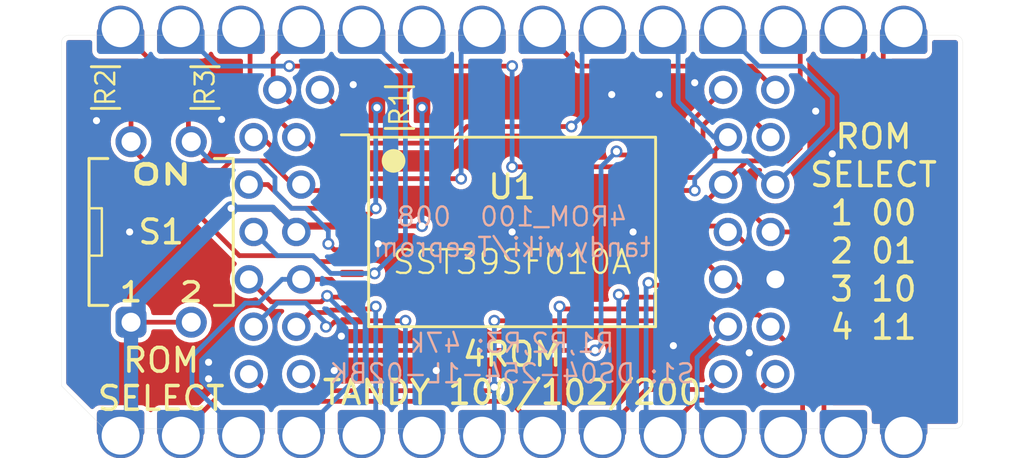
<source format=kicad_pcb>
(kicad_pcb (version 20211014) (generator pcbnew)
  (title_block (title "4ROM_100") (date "2023-01-09") (rev "008") (company "Brian White - b.kenyon.w@gmail.com") (comment 1 "CC-BY-SA") (comment 2 "tandy.wiki/Teeprom") (comment 3 "4-bank Option ROM for TANDY 100/102/200"))
  (layers (0 "F.Cu" signal "Top") (31 "B.Cu" signal "Bottom") (34 "B.Paste" user) (35 "F.Paste" user) (36 "B.SilkS" user "B.Silkscreen") (37 "F.SilkS" user "F.Silkscreen") (38 "B.Mask" user) (39 "F.Mask" user) (44 "Edge.Cuts" user))
  (net 0 "")
  (net 1 "/D3")
  (net 2 "/A10")
  (net 3 "/D4")
  (net 4 "/A7")
  (net 5 "/D5")
  (net 6 "/A6")
  (net 7 "/D6")
  (net 8 "/A5")
  (net 9 "/D7")
  (net 10 "/A4")
  (net 11 "/A11")
  (net 12 "/A3")
  (net 13 "/~{OE}")
  (net 14 "/A2")
  (net 15 "/A13")
  (net 16 "/A1")
  (net 17 "/A0")
  (net 18 "/A12")
  (net 19 "/D0")
  (net 20 "/A9")
  (net 21 "/D1")
  (net 22 "/A8")
  (net 23 "/D2")
  (net 24 "/~{CE}")
  (net 25 "/A14")
  (net 26 "/~{WE}")
  (net 27 "VCC")
  (net 28 "GND")
  (net 29 "/A15")
  (net 30 "/A16")
  (footprint "000_LOCAL:R_0805" (layer "F.Cu") (at 142.4684 93.937 180)
    (fp_text reference "R1" (at 0 0 90 unlocked) (layer "F.SilkS") (effects (font (size 0.8 0.8) (thickness 0.1))))
    (fp_text value "47k")
    (fp_line (start -0.6 -0.88) (end 0.6 -0.88) (layer "F.SilkS") (width 0.12))
    (fp_line (start 0.6 0.88) (end -0.6 0.88) (layer "F.SilkS") (width 0.12))
    (pad "1" smd roundrect locked (at -0.95 0 180) (size 0.7 1.3) (layers "F.Cu" "F.Paste" "F.Mask") (roundrect_rratio 0.1) (net 27 "VCC"))
    (pad "2" smd roundrect locked (at 0.95 0 180) (size 0.7 1.3) (layers "F.Cu" "F.Paste" "F.Mask") (roundrect_rratio 0.1) (net 26 "/~{WE}"))
  )
  (footprint "000_LOCAL:R_0805" (layer "F.Cu") (at 130.0734 93.091)
    (fp_text reference "R2" (at 0 0 90 unlocked) (layer "F.SilkS") (effects (font (size 0.8 0.8) (thickness 0.1))))
    (fp_text value "47k")
    (fp_line (start -0.6 -0.88) (end 0.6 -0.88) (layer "F.SilkS") (width 0.12))
    (fp_line (start 0.6 0.88) (end -0.6 0.88) (layer "F.SilkS") (width 0.12))
    (pad "1" smd roundrect locked (at -0.95 0) (size 0.7 1.3) (layers "F.Cu" "F.Paste" "F.Mask") (roundrect_rratio 0.1) (net 28 "GND"))
    (pad "2" smd roundrect locked (at 0.95 0) (size 0.7 1.3) (layers "F.Cu" "F.Paste" "F.Mask") (roundrect_rratio 0.1) (net 29 "/A15"))
  )
  (footprint "000_LOCAL:R_0805" (layer "F.Cu") (at 134.2644 93.091 180)
    (fp_text reference "R3" (at 0 0 90 unlocked) (layer "F.SilkS") (effects (font (size 0.8 0.8) (thickness 0.1))))
    (fp_text value "47k")
    (fp_line (start -0.6 -0.88) (end 0.6 -0.88) (layer "F.SilkS") (width 0.12))
    (fp_line (start 0.6 0.88) (end -0.6 0.88) (layer "F.SilkS") (width 0.12))
    (pad "1" smd roundrect locked (at -0.95 0 180) (size 0.7 1.3) (layers "F.Cu" "F.Paste" "F.Mask") (roundrect_rratio 0.1) (net 28 "GND"))
    (pad "2" smd roundrect locked (at 0.95 0 180) (size 0.7 1.3) (layers "F.Cu" "F.Paste" "F.Mask") (roundrect_rratio 0.1) (net 30 "/A16"))
  )
  (footprint "000_LOCAL:4ROM_prog_female" (layer "F.Cu") (at 147.2184 99.187)
    (fp_text reference "J2" hide)
    (fp_text value "4ROM_prog_female")
    (pad "1" thru_hole circle (at -8.1 -6) (size 1.2 1.2) (drill 0.75) (layers *.Cu *.Mask) (net 11 "/A11"))
    (pad "2" thru_hole circle (at -9.9 -6) (size 1.2 1.2) (drill 0.75) (layers *.Cu *.Mask) (net 20 "/A9"))
    (pad "3" thru_hole circle (at -9.1 -4) (size 1.2 1.2) (drill 0.75) (layers *.Cu *.Mask) (net 22 "/A8"))
    (pad "4" thru_hole circle (at -10.9 -4) (size 1.2 1.2) (drill 0.75) (layers *.Cu *.Mask) (net 15 "/A13"))
    (pad "5" thru_hole circle (at -8.9 -2) (size 1.2 1.2) (drill 0.75) (layers *.Cu *.Mask) (net 25 "/A14"))
    (pad "6" thru_hole circle (at -11.1 -2) (size 1.2 1.2) (drill 0.75) (layers *.Cu *.Mask) (net 26 "/~{WE}"))
    (pad "7" thru_hole circle (at -9.1 0) (size 1.2 1.2) (drill 0.75) (layers *.Cu *.Mask) (net 27 "VCC"))
    (pad "8" thru_hole circle (at -10.9 0) (size 1.2 1.2) (drill 0.75) (layers *.Cu *.Mask) (net 18 "/A12"))
    (pad "9" thru_hole circle (at -8.9 2) (size 1.2 1.2) (drill 0.75) (layers *.Cu *.Mask) (net 4 "/A7"))
    (pad "10" thru_hole circle (at -11.1 2) (size 1.2 1.2) (drill 0.75) (layers *.Cu *.Mask) (net 6 "/A6"))
    (pad "11" thru_hole circle (at -9.1 4) (size 1.2 1.2) (drill 0.75) (layers *.Cu *.Mask) (net 8 "/A5"))
    (pad "12" thru_hole circle (at -10.9 4) (size 1.2 1.2) (drill 0.75) (layers *.Cu *.Mask) (net 10 "/A4"))
    (pad "13" thru_hole circle (at -8.9 6) (size 1.2 1.2) (drill 0.75) (layers *.Cu *.Mask) (net 12 "/A3"))
    (pad "14" thru_hole circle (at -11.1 6) (size 1.2 1.2) (drill 0.75) (layers *.Cu *.Mask) (net 14 "/A2"))
    (pad "15" thru_hole circle (at 8.9 6) (size 1.2 1.2) (drill 0.75) (layers *.Cu *.Mask) (net 16 "/A1"))
    (pad "16" thru_hole circle (at 11.1 6) (size 1.2 1.2) (drill 0.75) (layers *.Cu *.Mask) (net 17 "/A0"))
    (pad "17" thru_hole circle (at 9.1 4) (size 1.2 1.2) (drill 0.75) (layers *.Cu *.Mask) (net 19 "/D0"))
    (pad "18" thru_hole circle (at 10.9 4) (size 1.2 1.2) (drill 0.75) (layers *.Cu *.Mask) (net 21 "/D1"))
    (pad "19" thru_hole circle (at 8.9 2) (size 1.2 1.2) (drill 0.75) (layers *.Cu *.Mask) (net 23 "/D2"))
    (pad "20" thru_hole circle (at 11.1 2) (size 1.2 1.2) (drill 0.75) (layers *.Cu *.Mask) (net 28 "GND"))
    (pad "21" thru_hole circle (at 9.1 0) (size 1.2 1.2) (drill 0.75) (layers *.Cu *.Mask) (net 1 "/D3"))
    (pad "22" thru_hole circle (at 10.9 0) (size 1.2 1.2) (drill 0.75) (layers *.Cu *.Mask) (net 3 "/D4"))
    (pad "23" thru_hole circle (at 8.9 -2) (size 1.2 1.2) (drill 0.75) (layers *.Cu *.Mask) (net 5 "/D5"))
    (pad "24" thru_hole circle (at 11.1 -2) (size 1.2 1.2) (drill 0.75) (layers *.Cu *.Mask) (net 7 "/D6"))
    (pad "25" thru_hole circle (at 9.1 -4) (size 1.2 1.2) (drill 0.75) (layers *.Cu *.Mask) (net 9 "/D7"))
    (pad "26" thru_hole circle (at 10.9 -4) (size 1.2 1.2) (drill 0.75) (layers *.Cu *.Mask) (net 24 "/~{CE}"))
    (pad "27" thru_hole circle (at 8.9 -6) (size 1.2 1.2) (drill 0.75) (layers *.Cu *.Mask) (net 2 "/A10"))
    (pad "28" thru_hole circle (at 11.1 -6) (size 1.2 1.2) (drill 0.75) (layers *.Cu *.Mask) (net 13 "/~{OE}"))
  )
  (footprint "000_LOCAL:Molex78802_PCB_28" (layer "F.Cu") (at 147.2184 99.187 90)
    (fp_text reference "J1" hide)
    (fp_text value "Tandy_100_102_200_option_rom" hide)
    (fp_line (start 8.3 18.7) (end 8.3 -18.7) (layer "Edge.Cuts") (width 0.01))
    (fp_line (start -6.5 -19) (end -8.3 -17.2) (layer "Edge.Cuts") (width 0.01))
    (fp_line (start -8.3 18.7) (end -8.3 -17.2) (layer "Edge.Cuts") (width 0.01))
    (fp_line (start -8 19) (end 8 19) (layer "Edge.Cuts") (width 0.01))
    (fp_line (start 8 -19) (end -6.5 -19) (layer "Edge.Cuts") (width 0.01))
    (fp_arc (start 8 -19) (mid 8.212132 -18.912132) (end 8.3 -18.7) (layer "Edge.Cuts") (width 0.01))
    (fp_arc (start -8 19) (mid -8.212132 18.912132) (end -8.3 18.7) (layer "Edge.Cuts") (width 0.01))
    (fp_arc (start 8.3 18.7) (mid 8.212132 18.912132) (end 8 19) (layer "Edge.Cuts") (width 0.01))
    (pad "1" smd roundrect (at -8.0645 -16.51 90) (size 1.1 2) (layers "B.Cu") (roundrect_rratio 0.1363636364) (net 27 "VCC"))
    (pad "1" smd roundrect (at -8.0645 -16.51 90) (size 1.1 2) (layers "F.Cu") (roundrect_rratio 0.1363636364) (net 27 "VCC"))
    (pad "1" thru_hole circle (at -8.6002 -16.51 90) (size 1.9 1.9) (drill 1.6) (property pad_prop_castellated) (layers *.Cu *.Mask) (net 27 "VCC"))
    (pad "2" thru_hole circle (at -8.6002 -13.97 90) (size 1.9 1.9) (drill 1.6) (property pad_prop_castellated) (layers *.Cu *.Mask) (net 2 "/A10"))
    (pad "2" smd roundrect (at -8.0645 -13.97 90) (size 1.1 2) (layers "B.Cu") (roundrect_rratio 0.1363636364) (net 2 "/A10"))
    (pad "2" smd roundrect (at -8.0645 -13.97 90) (size 1.1 2) (layers "F.Cu") (roundrect_rratio 0.1363636364) (net 2 "/A10"))
    (pad "3" smd roundrect (at -8.0645 -11.43 90) (size 1.1 2) (layers "B.Cu") (roundrect_rratio 0.1363636364) (net 4 "/A7"))
    (pad "3" thru_hole circle (at -8.6002 -11.43 90) (size 1.9 1.9) (drill 1.6) (property pad_prop_castellated) (layers *.Cu *.Mask) (net 4 "/A7"))
    (pad "3" smd roundrect (at -8.0645 -11.43 90) (size 1.1 2) (layers "F.Cu") (roundrect_rratio 0.1363636364) (net 4 "/A7"))
    (pad "4" smd roundrect (at -8.0645 -8.89 90) (size 1.1 2) (layers "B.Cu") (roundrect_rratio 0.1363636364) (net 6 "/A6"))
    (pad "4" smd roundrect (at -8.0645 -8.89 90) (size 1.1 2) (layers "F.Cu") (roundrect_rratio 0.1363636364) (net 6 "/A6"))
    (pad "4" thru_hole circle (at -8.6002 -8.89 90) (size 1.9 1.9) (drill 1.6) (property pad_prop_castellated) (layers *.Cu *.Mask) (net 6 "/A6"))
    (pad "5" smd roundrect (at -8.0645 -6.35 90) (size 1.1 2) (layers "F.Cu") (roundrect_rratio 0.1363636364) (net 8 "/A5"))
    (pad "5" smd roundrect (at -8.0645 -6.35 90) (size 1.1 2) (layers "B.Cu") (roundrect_rratio 0.1363636364) (net 8 "/A5"))
    (pad "5" thru_hole circle (at -8.6002 -6.35 90) (size 1.9 1.9) (drill 1.6) (property pad_prop_castellated) (layers *.Cu *.Mask) (net 8 "/A5"))
    (pad "6" smd roundrect (at -8.0645 -3.81 90) (size 1.1 2) (layers "B.Cu") (roundrect_rratio 0.1363636364) (net 10 "/A4"))
    (pad "6" smd roundrect (at -8.0645 -3.81 90) (size 1.1 2) (layers "F.Cu") (roundrect_rratio 0.1363636364) (net 10 "/A4"))
    (pad "6" thru_hole circle (at -8.6002 -3.81 90) (size 1.9 1.9) (drill 1.6) (property pad_prop_castellated) (layers *.Cu *.Mask) (net 10 "/A4"))
    (pad "7" smd roundrect (at -8.0645 -1.27 90) (size 1.1 2) (layers "F.Cu") (roundrect_rratio 0.1363636364) (net 12 "/A3"))
    (pad "7" smd roundrect (at -8.0645 -1.27 90) (size 1.1 2) (layers "B.Cu") (roundrect_rratio 0.1363636364) (net 12 "/A3"))
    (pad "7" thru_hole circle (at -8.6002 -1.27 90) (size 1.9 1.9) (drill 1.6) (property pad_prop_castellated) (layers *.Cu *.Mask) (net 12 "/A3"))
    (pad "8" smd roundrect (at -8.0645 1.27 90) (size 1.1 2) (layers "F.Cu") (roundrect_rratio 0.1363636364) (net 14 "/A2"))
    (pad "8" smd roundrect (at -8.0645 1.27 90) (size 1.1 2) (layers "B.Cu") (roundrect_rratio 0.1363636364) (net 14 "/A2"))
    (pad "8" thru_hole circle (at -8.6002 1.27 90) (size 1.9 1.9) (drill 1.6) (property pad_prop_castellated) (layers *.Cu *.Mask) (net 14 "/A2"))
    (pad "9" smd roundrect (at -8.0645 3.81 90) (size 1.1 2) (layers "F.Cu") (roundrect_rratio 0.1363636364) (net 16 "/A1"))
    (pad "9" thru_hole circle (at -8.6002 3.81 90) (size 1.9 1.9) (drill 1.6) (property pad_prop_castellated) (layers *.Cu *.Mask) (net 16 "/A1"))
    (pad "9" smd roundrect (at -8.0645 3.81 90) (size 1.1 2) (layers "B.Cu") (roundrect_rratio 0.1363636364) (net 16 "/A1"))
    (pad "10" thru_hole circle (at -8.6002 6.35 90) (size 1.9 1.9) (drill 1.6) (property pad_prop_castellated) (layers *.Cu *.Mask) (net 17 "/A0"))
    (pad "10" smd roundrect (at -8.0645 6.35 90) (size 1.1 2) (layers "B.Cu") (roundrect_rratio 0.1363636364) (net 17 "/A0"))
    (pad "10" smd roundrect (at -8.0645 6.35 90) (size 1.1 2) (layers "F.Cu") (roundrect_rratio 0.1363636364) (net 17 "/A0"))
    (pad "11" smd roundrect (at -8.0645 8.89 90) (size 1.1 2) (layers "B.Cu") (roundrect_rratio 0.1363636364) (net 19 "/D0"))
    (pad "11" thru_hole circle (at -8.6002 8.89 90) (size 1.9 1.9) (drill 1.6) (property pad_prop_castellated) (layers *.Cu *.Mask) (net 19 "/D0"))
    (pad "11" smd roundrect (at -8.0645 8.89 90) (size 1.1 2) (layers "F.Cu") (roundrect_rratio 0.1363636364) (net 19 "/D0"))
    (pad "12" smd roundrect (at -8.0645 11.43 90) (size 1.1 2) (layers "F.Cu") (roundrect_rratio 0.1363636364) (net 21 "/D1"))
    (pad "12" thru_hole circle (at -8.6002 11.43 90) (size 1.9 1.9) (drill 1.6) (property pad_prop_castellated) (layers *.Cu *.Mask) (net 21 "/D1"))
    (pad "12" smd roundrect (at -8.0645 11.43 90) (size 1.1 2) (layers "B.Cu") (roundrect_rratio 0.1363636364) (net 21 "/D1"))
    (pad "13" thru_hole circle (at -8.6002 13.97 90) (size 1.9 1.9) (drill 1.6) (property pad_prop_castellated) (layers *.Cu *.Mask) (net 23 "/D2"))
    (pad "13" smd roundrect (at -8.0645 13.97 90) (size 1.1 2) (layers "B.Cu") (roundrect_rratio 0.1363636364) (net 23 "/D2"))
    (pad "13" smd roundrect (at -8.0645 13.97 90) (size 1.1 2) (layers "F.Cu") (roundrect_rratio 0.1363636364) (net 23 "/D2"))
    (pad "14" smd roundrect (at -8.0645 16.51 90) (size 1.1 2) (layers "B.Cu") (roundrect_rratio 0.1363636364) (net 28 "GND"))
    (pad "14" smd roundrect (at -8.0645 16.51 90) (size 1.1 2) (layers "F.Cu") (roundrect_rratio 0.1363636364) (net 28 "GND"))
    (pad "14" thru_hole circle (at -8.6002 16.51 90) (size 1.9 1.9) (drill 1.6) (property pad_prop_castellated) (layers *.Cu *.Mask) (net 28 "GND"))
    (pad "15" smd roundrect (at 8.0645 16.51 90) (size 1.1 2) (layers "B.Cu") (roundrect_rratio 0.1363636364) (net 1 "/D3"))
    (pad "15" thru_hole circle (at 8.6002 16.51 90) (size 1.9 1.9) (drill 1.6) (property pad_prop_castellated) (layers *.Cu *.Mask) (net 1 "/D3"))
    (pad "15" smd roundrect (at 8.0645 16.51 90) (size 1.1 2) (layers "F.Cu") (roundrect_rratio 0.1363636364) (net 1 "/D3"))
    (pad "16" smd roundrect (at 8.0645 13.97 90) (size 1.1 2) (layers "F.Cu") (roundrect_rratio 0.1363636364) (net 3 "/D4"))
    (pad "16" smd roundrect (at 8.0645 13.97 90) (size 1.1 2) (layers "B.Cu") (roundrect_rratio 0.1363636364) (net 3 "/D4"))
    (pad "16" thru_hole circle (at 8.6002 13.97 90) (size 1.9 1.9) (drill 1.6) (property pad_prop_castellated) (layers *.Cu *.Mask) (net 3 "/D4"))
    (pad "17" smd roundrect (at 8.0645 11.43 90) (size 1.1 2) (layers "F.Cu") (roundrect_rratio 0.1363636364) (net 5 "/D5"))
    (pad "17" thru_hole circle (at 8.6002 11.43 90) (size 1.9 1.9) (drill 1.6) (property pad_prop_castellated) (layers *.Cu *.Mask) (net 5 "/D5"))
    (pad "17" smd roundrect (at 8.0645 11.43 90) (size 1.1 2) (layers "B.Cu") (roundrect_rratio 0.1363636364) (net 5 "/D5"))
    (pad "18" smd roundrect (at 8.0645 8.89 90) (size 1.1 2) (layers "B.Cu") (roundrect_rratio 0.1363636364) (net 7 "/D6"))
    (pad "18" thru_hole circle (at 8.6002 8.89 90) (size 1.9 1.9) (drill 1.6) (property pad_prop_castellated) (layers *.Cu *.Mask) (net 7 "/D6"))
    (pad "18" smd roundrect (at 8.0645 8.89 90) (size 1.1 2) (layers "F.Cu") (roundrect_rratio 0.1363636364) (net 7 "/D6"))
    (pad "19" smd roundrect (at 8.0645 6.35 90) (size 1.1 2) (layers "F.Cu") (roundrect_rratio 0.1363636364) (net 9 "/D7"))
    (pad "19" thru_hole circle (at 8.6002 6.35 90) (size 1.9 1.9) (drill 1.6) (property pad_prop_castellated) (layers *.Cu *.Mask) (net 9 "/D7"))
    (pad "19" smd roundrect (at 8.0645 6.35 90) (size 1.1 2) (layers "B.Cu") (roundrect_rratio 0.1363636364) (net 9 "/D7"))
    (pad "20" thru_hole circle (at 8.6002 3.81 90) (size 1.9 1.9) (drill 1.6) (property pad_prop_castellated) (layers *.Cu *.Mask) (net 11 "/A11"))
    (pad "20" smd roundrect (at 8.0645 3.81 90) (size 1.1 2) (layers "F.Cu") (roundrect_rratio 0.1363636364) (net 11 "/A11"))
    (pad "20" smd roundrect (at 8.0645 3.81 90) (size 1.1 2) (layers "B.Cu") (roundrect_rratio 0.1363636364) (net 11 "/A11"))
    (pad "21" smd roundrect (at 8.0645 1.27 90) (size 1.1 2) (layers "F.Cu") (roundrect_rratio 0.1363636364) (net 13 "/~{OE}"))
    (pad "21" smd roundrect (at 8.0645 1.27 90) (size 1.1 2) (layers "B.Cu") (roundrect_rratio 0.1363636364) (net 13 "/~{OE}"))
    (pad "21" thru_hole circle (at 8.6002 1.27 90) (size 1.9 1.9) (drill 1.6) (property pad_prop_castellated) (layers *.Cu *.Mask) (net 13 "/~{OE}"))
    (pad "22" smd roundrect (at 8.0645 -1.27 90) (size 1.1 2) (layers "F.Cu") (roundrect_rratio 0.1363636364) (net 15 "/A13"))
    (pad "22" thru_hole circle (at 8.6002 -1.27 90) (size 1.9 1.9) (drill 1.6) (property pad_prop_castellated) (layers *.Cu *.Mask) (net 15 "/A13"))
    (pad "22" smd roundrect (at 8.0645 -1.27 90) (size 1.1 2) (layers "B.Cu") (roundrect_rratio 0.1363636364) (net 15 "/A13"))
    (pad "23" smd roundrect (at 8.0645 -3.81 90) (size 1.1 2) (layers "F.Cu") (roundrect_rratio 0.1363636364))
    (pad "23" thru_hole circle (at 8.6002 -3.81 90) (size 1.9 1.9) (drill 1.6) (property pad_prop_castellated) (layers *.Cu *.Mask))
    (pad "23" smd roundrect (at 8.0645 -3.81 90) (size 1.1 2) (layers "B.Cu") (roundrect_rratio 0.1363636364))
    (pad "24" thru_hole circle (at 8.6002 -6.35 90) (size 1.9 1.9) (drill 1.6) (property pad_prop_castellated) (layers *.Cu *.Mask) (net 18 "/A12"))
    (pad "24" smd roundrect (at 8.0645 -6.35 90) (size 1.1 2) (layers "F.Cu") (roundrect_rratio 0.1363636364) (net 18 "/A12"))
    (pad "24" smd roundrect (at 8.0645 -6.35 90) (size 1.1 2) (layers "B.Cu") (roundrect_rratio 0.1363636364) (net 18 "/A12"))
    (pad "25" smd roundrect (at 8.0645 -8.89 90) (size 1.1 2) (layers "B.Cu") (roundrect_rratio 0.1363636364) (net 20 "/A9"))
    (pad "25" smd roundrect (at 8.0645 -8.89 90) (size 1.1 2) (layers "F.Cu") (roundrect_rratio 0.1363636364) (net 20 "/A9"))
    (pad "25" thru_hole circle (at 8.6002 -8.89 90) (size 1.9 1.9) (drill 1.6) (property pad_prop_castellated) (layers *.Cu *.Mask) (net 20 "/A9"))
    (pad "26" smd roundrect (at 8.0645 -11.43 90) (size 1.1 2) (layers "F.Cu") (roundrect_rratio 0.1363636364) (net 22 "/A8"))
    (pad "26" smd roundrect (at 8.0645 -11.43 90) (size 1.1 2) (layers "B.Cu") (roundrect_rratio 0.1363636364) (net 22 "/A8"))
    (pad "26" thru_hole circle (at 8.6002 -11.43 90) (size 1.9 1.9) (drill 1.6) (property pad_prop_castellated) (layers *.Cu *.Mask) (net 22 "/A8"))
    (pad "27" smd roundrect (at 8.0645 -13.97 90) (size 1.1 2) (layers "F.Cu") (roundrect_rratio 0.1363636364) (net 24 "/~{CE}"))
    (pad "27" smd roundrect (at 8.0645 -13.97 90) (size 1.1 2) (layers "B.Cu") (roundrect_rratio 0.1363636364) (net 24 "/~{CE}"))
    (pad "27" thru_hole circle (at 8.6002 -13.97 90) (size 1.9 1.9) (drill 1.6) (property pad_prop_castellated) (layers *.Cu *.Mask) (net 24 "/~{CE}"))
    (pad "28" smd roundrect (at 8.0645 -16.51 90) (size 1.1 2) (layers "F.Cu") (roundrect_rratio 0.1363636364) (net 25 "/A14"))
    (pad "28" thru_hole circle (at 8.6002 -16.51 90) (size 1.9 1.9) (drill 1.6) (property pad_prop_castellated) (layers *.Cu *.Mask) (net 25 "/A14"))
    (pad "28" smd roundrect (at 8.0645 -16.51 90) (size 1.1 2) (layers "B.Cu") (roundrect_rratio 0.1363636364) (net 25 "/A14"))
  )
  (footprint "000_LOCAL:TSOP32-14mm" (layer "F.Cu") (at 147.2184 99.187)
    (fp_text reference "U1" (at 0 -1.905) (layer "F.SilkS"))
    (fp_text value "SST39SF010A" (at 0 1.27) (layer "F.SilkS") (effects (font (thickness 0.1))))
    (fp_line (start -6.05 -4) (end -6.05 4) (layer "F.SilkS") (width 0.12))
    (fp_line (start -6.05 -4) (end -6.05 -4.1) (layer "F.SilkS") (width 0.12))
    (fp_line (start -6.05 4) (end 6.05 4) (layer "F.SilkS") (width 0.12))
    (fp_line (start 6.05 -4) (end -6.05 -4) (layer "F.SilkS") (width 0.12))
    (fp_line (start -6.05 -4.1) (end -7.2 -4.1) (layer "F.SilkS") (width 0.12))
    (fp_line (start 6.05 4) (end 6.05 -4) (layer "F.SilkS") (width 0.12))
    (fp_circle (center -5 -3) (end -5 -2.75) (layer "F.SilkS") (width 0.5) (fill none))
    (pad "1" smd roundrect (at -6.75 -3.75 270) (size 0.3 1) (layers "F.Cu" "F.Paste" "F.Mask") (net 11 "/A11"))
    (pad "2" smd roundrect (at -6.75 -3.25 270) (size 0.3 1) (layers "F.Cu" "F.Paste" "F.Mask") (net 20 "/A9"))
    (pad "3" smd roundrect (at -6.75 -2.75 270) (size 0.3 1) (layers "F.Cu" "F.Paste" "F.Mask") (net 22 "/A8"))
    (pad "4" smd roundrect (at -6.75 -2.25 270) (size 0.3 1) (layers "F.Cu" "F.Paste" "F.Mask") (net 15 "/A13"))
    (pad "5" smd roundrect (at -6.75 -1.75 270) (size 0.3 1) (layers "F.Cu" "F.Paste" "F.Mask") (net 25 "/A14"))
    (pad "6" smd roundrect (at -6.75 -1.25 270) (size 0.3 1) (layers "F.Cu" "F.Paste" "F.Mask"))
    (pad "7" smd roundrect (at -6.75 -0.75 270) (size 0.3 1) (layers "F.Cu" "F.Paste" "F.Mask") (net 26 "/~{WE}"))
    (pad "8" smd roundrect (at -6.75 -0.25 270) (size 0.3 1) (layers "F.Cu" "F.Paste" "F.Mask") (net 27 "VCC"))
    (pad "9" smd roundrect (at -6.75 0.25 270) (size 0.3 1) (layers "F.Cu" "F.Paste" "F.Mask"))
    (pad "10" smd roundrect (at -6.75 0.75 270) (size 0.3 1) (layers "F.Cu" "F.Paste" "F.Mask") (net 30 "/A16"))
    (pad "11" smd roundrect (at -6.75 1.25 270) (size 0.3 1) (layers "F.Cu" "F.Paste" "F.Mask") (net 29 "/A15"))
    (pad "12" smd roundrect (at -6.75 1.75 270) (size 0.3 1) (layers "F.Cu" "F.Paste" "F.Mask") (net 18 "/A12"))
    (pad "13" smd roundrect (at -6.75 2.25 270) (size 0.3 1) (layers "F.Cu" "F.Paste" "F.Mask") (net 4 "/A7"))
    (pad "14" smd roundrect (at -6.75 2.75 270) (size 0.3 1) (layers "F.Cu" "F.Paste" "F.Mask") (net 6 "/A6"))
    (pad "15" smd roundrect (at -6.75 3.25 270) (size 0.3 1) (layers "F.Cu" "F.Paste" "F.Mask") (net 8 "/A5"))
    (pad "16" smd roundrect (at -6.75 3.75 270) (size 0.3 1) (layers "F.Cu" "F.Paste" "F.Mask") (net 10 "/A4"))
    (pad "17" smd roundrect (at 6.75 3.75 270) (size 0.3 1) (layers "F.Cu" "F.Paste" "F.Mask") (net 12 "/A3"))
    (pad "18" smd roundrect (at 6.75 3.25 270) (size 0.3 1) (layers "F.Cu" "F.Paste" "F.Mask") (net 14 "/A2"))
    (pad "19" smd roundrect (at 6.75 2.75 270) (size 0.3 1) (layers "F.Cu" "F.Paste" "F.Mask") (net 16 "/A1"))
    (pad "20" smd roundrect (at 6.75 2.25 270) (size 0.3 1) (layers "F.Cu" "F.Paste" "F.Mask") (net 17 "/A0"))
    (pad "21" smd roundrect (at 6.75 1.75 270) (size 0.3 1) (layers "F.Cu" "F.Paste" "F.Mask") (net 19 "/D0"))
    (pad "22" smd roundrect (at 6.75 1.25 270) (size 0.3 1) (layers "F.Cu" "F.Paste" "F.Mask") (net 21 "/D1"))
    (pad "23" smd roundrect (at 6.75 0.75 270) (size 0.3 1) (layers "F.Cu" "F.Paste" "F.Mask") (net 23 "/D2"))
    (pad "24" smd roundrect (at 6.75 0.25 270) (size 0.3 1) (layers "F.Cu" "F.Paste" "F.Mask") (net 28 "GND"))
    (pad "25" smd roundrect (at 6.75 -0.25 270) (size 0.3 1) (layers "F.Cu" "F.Paste" "F.Mask") (net 1 "/D3"))
    (pad "26" smd roundrect (at 6.75 -0.75 270) (size 0.3 1) (layers "F.Cu" "F.Paste" "F.Mask") (net 3 "/D4"))
    (pad "27" smd roundrect (at 6.75 -1.25 270) (size 0.3 1) (layers "F.Cu" "F.Paste" "F.Mask") (net 5 "/D5"))
    (pad "28" smd roundrect (at 6.75 -1.75 270) (size 0.3 1) (layers "F.Cu" "F.Paste" "F.Mask") (net 7 "/D6"))
    (pad "29" smd roundrect (at 6.75 -2.25 270) (size 0.3 1) (layers "F.Cu" "F.Paste" "F.Mask") (net 9 "/D7"))
    (pad "30" smd roundrect (at 6.75 -2.75 270) (size 0.3 1) (layers "F.Cu" "F.Paste" "F.Mask") (net 24 "/~{CE}"))
    (pad "31" smd roundrect (at 6.75 -3.25 270) (size 0.3 1) (layers "F.Cu" "F.Paste" "F.Mask") (net 2 "/A10"))
    (pad "32" smd roundrect (at 6.75 -3.75 270) (size 0.3 1) (layers "F.Cu" "F.Paste" "F.Mask") (net 13 "/~{OE}"))
  )
  (footprint "000_LOCAL:SW_DS04-254-1L-02BK" (layer "F.Cu") (at 132.4184 99.187 90)
    (fp_text reference "S1" (at 0 0 unlocked) (layer "F.SilkS"))
    (fp_text value "DS04-254-1L-02BK")
    (fp_text user "ON" (at 2.413 0 unlocked) (layer "F.SilkS") (effects (font (size 0.8 1.2) (thickness 0.2))))
    (fp_text user "1" (at -2.54 -1.27 unlocked) (layer "F.SilkS") (effects (font (size 0.8 1))))
    (fp_text user "2" (at -2.54 1.27 unlocked) (layer "F.SilkS") (effects (font (size 0.8 1))))
    (fp_line (start 1 -2.5) (end 1 -3.04) (layer "F.SilkS") (width 0.1))
    (fp_line (start -1 -2.5) (end 1 -2.5) (layer "F.SilkS") (width 0.1))
    (fp_line (start -3.1 2.25) (end -3.1 3.04) (layer "F.SilkS") (width 0.127))
    (fp_line (start -3.1 3.04) (end 3.1 3.04) (layer "F.SilkS") (width 0.127))
    (fp_line (start 3.1 -2.25) (end 3.1 -3.04) (layer "F.SilkS") (width 0.127))
    (fp_line (start 3.1 -3.04) (end -3.1 -3.04) (layer "F.SilkS") (width 0.127))
    (fp_line (start -1 -3.04) (end -1 -2.5) (layer "F.SilkS") (width 0.1))
    (fp_line (start -3.1 -3.04) (end -3.1 -2.25) (layer "F.SilkS") (width 0.127))
    (fp_line (start 3.1 3.04) (end 3.1 2.25) (layer "F.SilkS") (width 0.127))
    (pad "1A" thru_hole roundrect (at -3.81 -1.27 90) (size 1.308 1.308) (drill 0.8) (layers *.Cu *.Mask) (net 27 "VCC"))
    (pad "1B" thru_hole circle (at 3.81 -1.27 90) (size 1.308 1.308) (drill 0.8) (layers *.Cu *.Mask) (net 29 "/A15"))
    (pad "2A" thru_hole circle (at -3.81 1.27 90) (size 1.308 1.308) (drill 0.8) (layers *.Cu *.Mask) (net 27 "VCC"))
    (pad "2B" thru_hole circle (at 3.81 1.27 90) (size 1.308 1.308) (drill 0.8) (layers *.Cu *.Mask) (net 30 "/A16"))
  )
  (gr_text "R1,R2,R3: ${00000000-0000-0000-0000-00005d22c129:VALUE}\nS1: ${972fe73b-6a73-4682-8533-48109a58c935:VALUE}" (at 147.2184 104.521) (layer "B.SilkS") (effects (font (size 0.8 0.8) (thickness 0.1)) (justify mirror)))
  (gr_text "${TITLE}  ${REVISION}\n${COMMENT2}" (at 147.2184 99.187) (layer "B.SilkS") (effects (font (size 0.8 0.8) (thickness 0.1)) (justify mirror)))
  (gr_text "4ROM\nTANDY 100/102/200" (at 147.2184 105.156) (layer "F.SilkS") (effects (font (size 1 1))))
  (gr_text "ROM\nSELECT\n1 00\n2 01\n3 10\n4 11" (at 162.4584 99.187) (layer "F.SilkS") (effects (font (size 1 1))))
  (gr_text "ROM\nSELECT" (at 132.4184 105.41) (layer "F.SilkS") (effects (font (size 1 1))))
  (segment (start 162.8684 91.1225) (end 162.8684 96.937) (width 0.2) (layer "F.Cu") (net 1))
  (segment (start 162.8684 96.937) (end 159.6184 100.187) (width 0.2) (layer "F.Cu") (net 1))
  (segment (start 159.6184 100.187) (end 157.5684 100.187) (width 0.2) (layer "F.Cu") (net 1))
  (segment (start 156.5684 99.187) (end 156.3184 99.187) (width 0.2) (layer "F.Cu") (net 1))
  (segment (start 163.7284 91.1225) (end 162.8684 91.1225) (width 0.2) (layer "F.Cu") (net 1))
  (segment (start 156.0684 98.937) (end 153.9684 98.937) (width 0.2) (layer "F.Cu") (net 1))
  (segment (start 157.5684 100.187) (end 156.5684 99.187) (width 0.2) (layer "F.Cu") (net 1))
  (segment (start 156.3184 99.187) (end 156.0684 98.937) (width 0.2) (layer "F.Cu") (net 1))
  (segment (start 151.6184 95.787) (end 151.7684 95.937) (width 0.2) (layer "F.Cu") (net 2))
  (segment (start 133.7039 107.2515) (end 133.2484 107.2515) (width 0.2) (layer "F.Cu") (net 2))
  (segment (start 154.8184 95.687) (end 154.8184 94.487) (width 0.2) (layer "F.Cu") (net 2))
  (segment (start 151.7684 95.937) (end 153.9684 95.937) (width 0.2) (layer "F.Cu") (net 2))
  (segment (start 135.0684 105.887) (end 133.7039 107.2515) (width 0.2) (layer "F.Cu") (net 2))
  (segment (start 150.7184 104.187) (end 135.6184 104.187) (width 0.2) (layer "F.Cu") (net 2))
  (segment (start 135.6184 104.187) (end 135.0684 104.737) (width 0.2) (layer "F.Cu") (net 2))
  (segment (start 154.8184 94.487) (end 156.1184 93.187) (width 0.2) (layer "F.Cu") (net 2))
  (segment (start 135.0684 104.737) (end 135.0684 105.887) (width 0.2) (layer "F.Cu") (net 2))
  (segment (start 154.5684 95.937) (end 154.8184 95.687) (width 0.2) (layer "F.Cu") (net 2))
  (segment (start 153.9684 95.937) (end 154.5684 95.937) (width 0.2) (layer "F.Cu") (net 2))
  (via (at 151.6184 95.787) (size 0.5) (drill 0.3) (layers "F.Cu" "B.Cu") (net 2))
  (via (at 150.7184 104.187) (size 0.5) (drill 0.3) (layers "F.Cu" "B.Cu") (net 2))
  (segment (start 151.6184 95.787) (end 150.9684 96.437) (width 0.2) (layer "B.Cu") (net 2))
  (segment (start 150.9684 96.437) (end 150.9684 103.937) (width 0.2) (layer "B.Cu") (net 2))
  (segment (start 150.9684 103.937) (end 150.7184 104.187) (width 0.2) (layer "B.Cu") (net 2))
  (segment (start 162.0184 91.1225) (end 162.0184 96.487) (width 0.2) (layer "F.Cu") (net 3))
  (segment (start 155.8684 98.187) (end 155.6184 98.437) (width 0.2) (layer "F.Cu") (net 3))
  (segment (start 158.1184 99.187) (end 157.1184 98.187) (width 0.2) (layer "F.Cu") (net 3))
  (segment (start 161.1884 90.5868) (end 161.1884 91.1225) (width 0.2) (layer "F.Cu") (net 3))
  (segment (start 157.1184 98.187) (end 155.8684 98.187) (width 0.2) (layer "F.Cu") (net 3))
  (segment (start 159.3184 99.187) (end 158.1184 99.187) (width 0.2) (layer "F.Cu") (net 3))
  (segment (start 161.1884 91.1225) (end 162.0184 91.1225) (width 0.2) (layer "F.Cu") (net 3))
  (segment (start 162.0184 96.487) (end 159.3184 99.187) (width 0.2) (layer "F.Cu") (net 3))
  (segment (start 155.6184 98.437) (end 153.9684 98.437) (width 0.2) (layer "F.Cu") (net 3))
  (segment (start 139.5934 101.187) (end 138.3184 101.187) (width 0.2) (layer "F.Cu") (net 4))
  (segment (start 140.4684 101.437) (end 139.8434 101.437) (width 0.2) (layer "F.Cu") (net 4))
  (segment (start 139.8434 101.437) (end 139.5934 101.187) (width 0.2) (layer "F.Cu") (net 4))
  (segment (start 135.3329 107.2515) (end 133.7184 105.637) (width 0.2) (layer "B.Cu") (net 4))
  (segment (start 133.7184 105.637) (end 133.7184 104.437) (width 0.2) (layer "B.Cu") (net 4))
  (segment (start 135.9684 102.187) (end 136.5184 102.187) (width 0.2) (layer "B.Cu") (net 4))
  (segment (start 133.7184 104.437) (end 135.9684 102.187) (width 0.2) (layer "B.Cu") (net 4))
  (segment (start 137.5184 101.187) (end 138.3184 101.187) (width 0.2) (layer "B.Cu") (net 4))
  (segment (start 136.5184 102.187) (end 137.5184 101.187) (width 0.2) (layer "B.Cu") (net 4))
  (segment (start 135.7884 107.2515) (end 135.3329 107.2515) (width 0.2) (layer "B.Cu") (net 4))
  (segment (start 159.3684 91.1225) (end 159.3684 95.637) (width 0.2) (layer "F.Cu") (net 5))
  (segment (start 157.1184 96.187) (end 156.1184 97.187) (width 0.2) (layer "F.Cu") (net 5))
  (segment (start 158.6484 91.1225) (end 159.3684 91.1225) (width 0.2) (layer "F.Cu") (net 5))
  (segment (start 156.1184 97.187) (end 155.3184 97.987) (width 0.2) (layer "F.Cu") (net 5))
  (segment (start 159.3684 95.637) (end 158.8184 96.187) (width 0.2) (layer "F.Cu") (net 5))
  (segment (start 155.3184 97.987) (end 154.0184 97.987) (width 0.2) (layer "F.Cu") (net 5))
  (segment (start 158.8184 96.187) (end 157.1184 96.187) (width 0.2) (layer "F.Cu") (net 5))
  (segment (start 154.0184 97.987) (end 153.9684 97.937) (width 0.2) (layer "F.Cu") (net 5))
  (segment (start 137.0684 102.137) (end 136.1184 101.187) (width 0.2) (layer "F.Cu") (net 6))
  (segment (start 139.4184 101.887) (end 139.1684 102.137) (width 0.2) (layer "F.Cu") (net 6))
  (segment (start 140.4684 101.937) (end 139.4684 101.937) (width 0.2) (layer "F.Cu") (net 6))
  (segment (start 139.1684 102.137) (end 137.0684 102.137) (width 0.2) (layer "F.Cu") (net 6))
  (segment (start 139.4684 101.937) (end 139.4184 101.887) (width 0.2) (layer "F.Cu") (net 6))
  (via (at 139.4184 101.887) (size 0.5) (drill 0.3) (layers "F.Cu" "B.Cu") (net 6))
  (segment (start 138.7539 107.2515) (end 138.3284 107.2515) (width 0.2) (layer "B.Cu") (net 6))
  (segment (start 140.6184 103.087) (end 140.6184 105.387) (width 0.2) (layer "B.Cu") (net 6))
  (segment (start 140.6184 105.387) (end 138.7539 107.2515) (width 0.2) (layer "B.Cu") (net 6))
  (segment (start 139.4184 101.887) (end 140.6184 103.087) (width 0.2) (layer "B.Cu") (net 6))
  (segment (start 154.9184 97.437) (end 153.9684 97.437) (width 0.2) (layer "F.Cu") (net 7))
  (via (at 154.9184 97.437) (size 0.5) (drill 0.3) (layers "F.Cu" "B.Cu") (net 7))
  (segment (start 156.5539 91.1225) (end 157.6184 92.187) (width 0.2) (layer "B.Cu") (net 7))
  (segment (start 157.1184 96.187) (end 158.1184 97.187) (width 0.2) (layer "B.Cu") (net 7))
  (segment (start 156.1084 91.1225) (end 156.5539 91.1225) (width 0.2) (layer "B.Cu") (net 7))
  (segment (start 154.9184 97.437) (end 154.9184 96.937) (width 0.2) (layer "B.Cu") (net 7))
  (segment (start 160.7184 93.487) (end 160.7184 94.787) (width 0.2) (layer "B.Cu") (net 7))
  (segment (start 155.6684 96.187) (end 157.1184 96.187) (width 0.2) (layer "B.Cu") (net 7))
  (segment (start 158.1184 97.187) (end 158.3184 97.187) (width 0.2) (layer "B.Cu") (net 7))
  (segment (start 159.4184 92.187) (end 160.7184 93.487) (width 0.2) (layer "B.Cu") (net 7))
  (segment (start 157.6184 92.187) (end 159.4184 92.187) (width 0.2) (layer "B.Cu") (net 7))
  (segment (start 154.9184 96.937) (end 155.6684 96.187) (width 0.2) (layer "B.Cu") (net 7))
  (segment (start 160.7184 94.787) (end 158.3184 97.187) (width 0.2) (layer "B.Cu") (net 7))
  (segment (start 141.3684 102.437) (end 140.4684 102.437) (width 0.2) (layer "F.Cu") (net 8))
  (segment (start 138.7184 102.587) (end 138.1184 103.187) (width 0.2) (layer "F.Cu") (net 8))
  (segment (start 140.4184 102.487) (end 139.5684 102.487) (width 0.2) (layer "F.Cu") (net 8))
  (segment (start 141.4684 102.337) (end 141.3684 102.437) (width 0.2) (layer "F.Cu") (net 8))
  (segment (start 140.4684 102.437) (end 140.4184 102.487) (width 0.2) (layer "F.Cu") (net 8))
  (segment (start 139.5684 102.487) (end 139.4684 102.587) (width 0.2) (layer "F.Cu") (net 8))
  (segment (start 139.4684 102.587) (end 138.7184 102.587) (width 0.2) (layer "F.Cu") (net 8))
  (via (at 141.4684 102.337) (size 0.5) (drill 0.3) (layers "F.Cu" "B.Cu") (net 8))
  (segment (start 141.4684 107.2515) (end 140.8684 107.2515) (width 0.2) (layer "B.Cu") (net 8))
  (segment (start 141.4684 102.337) (end 141.4684 107.2515) (width 0.2) (layer "B.Cu") (net 8))
  (segment (start 155.7684 96.087) (end 154.9684 96.887) (width 0.2) (layer "F.Cu") (net 9))
  (segment (start 154.0184 96.887) (end 153.9684 96.937) (width 0.2) (layer "F.Cu") (net 9))
  (segment (start 156.3184 95.187) (end 155.7684 95.737) (width 0.2) (layer "F.Cu") (net 9))
  (segment (start 154.9684 96.887) (end 154.0184 96.887) (width 0.2) (layer "F.Cu") (net 9))
  (segment (start 155.7684 95.737) (end 155.7684 96.087) (width 0.2) (layer "F.Cu") (net 9))
  (segment (start 154.2184 91.1225) (end 154.2184 93.687) (width 0.2) (layer "B.Cu") (net 9))
  (segment (start 153.5684 91.1225) (end 154.2184 91.1225) (width 0.2) (layer "B.Cu") (net 9))
  (segment (start 154.2184 93.687) (end 155.7184 95.187) (width 0.2) (layer "B.Cu") (net 9))
  (segment (start 155.7184 95.187) (end 156.3184 95.187) (width 0.2) (layer "B.Cu") (net 9))
  (segment (start 139.5184 103.187) (end 139.7184 102.987) (width 0.2) (layer "F.Cu") (net 10))
  (segment (start 139.7184 102.987) (end 140.4184 102.987) (width 0.2) (layer "F.Cu") (net 10))
  (segment (start 140.4184 102.987) (end 140.4684 102.937) (width 0.2) (layer "F.Cu") (net 10))
  (segment (start 140.4684 102.937) (end 142.7184 102.937) (width 0.2) (layer "F.Cu") (net 10))
  (segment (start 139.3684 103.187) (end 139.5184 103.187) (width 0.2) (layer "F.Cu") (net 10))
  (via (at 139.3684 103.187) (size 0.5) (drill 0.3) (layers "F.Cu" "B.Cu") (net 10))
  (via (at 142.7184 102.937) (size 0.5) (drill 0.3) (layers "F.Cu" "B.Cu") (net 10))
  (segment (start 137.3184 102.187) (end 136.3184 103.187) (width 0.2) (layer "B.Cu") (net 10))
  (segment (start 139.3684 103.187) (end 139.3684 103.037) (width 0.2) (layer "B.Cu") (net 10))
  (segment (start 142.7184 107.2515) (end 143.4084 107.2515) (width 0.2) (layer "B.Cu") (net 10))
  (segment (start 142.7184 102.937) (end 142.7184 107.2515) (width 0.2) (layer "B.Cu") (net 10))
  (segment (start 138.5184 102.187) (end 137.3184 102.187) (width 0.2) (layer "B.Cu") (net 10))
  (segment (start 139.3684 103.037) (end 138.5184 102.187) (width 0.2) (layer "B.Cu") (net 10))
  (segment (start 145.3184 94.737) (end 144.6184 95.437) (width 0.2) (layer "F.Cu") (net 11))
  (segment (start 140.4684 95.437) (end 140.0684 95.437) (width 0.2) (layer "F.Cu") (net 11))
  (segment (start 144.6184 95.437) (end 140.4684 95.437) (width 0.2) (layer "F.Cu") (net 11))
  (segment (start 140.0684 94.137) (end 139.1184 93.187) (width 0.2) (layer "F.Cu") (net 11))
  (segment (start 140.0684 95.437) (end 140.0684 94.137) (width 0.2) (layer "F.Cu") (net 11))
  (segment (start 149.7184 94.737) (end 145.3184 94.737) (width 0.2) (layer "F.Cu") (net 11))
  (via (at 149.7184 94.737) (size 0.5) (drill 0.3) (layers "F.Cu" "B.Cu") (net 11))
  (segment (start 149.7184 94.737) (end 150.1684 94.287) (width 0.2) (layer "B.Cu") (net 11))
  (segment (start 150.1684 91.1225) (end 151.0284 91.1225) (width 0.2) (layer "B.Cu") (net 11))
  (segment (start 150.1684 94.287) (end 150.1684 91.1225) (width 0.2) (layer "B.Cu") (net 11))
  (segment (start 146.3184 105.887) (end 139.0184 105.887) (width 0.2) (layer "F.Cu") (net 12))
  (segment (start 146.4684 105.737) (end 146.3184 105.887) (width 0.2) (layer "F.Cu") (net 12))
  (segment (start 139.0184 105.887) (end 138.3184 105.187) (width 0.2) (layer "F.Cu") (net 12))
  (segment (start 146.4684 102.937) (end 153.9684 102.937) (width 0.2) (layer "F.Cu") (net 12))
  (via (at 146.4684 105.737) (size 0.5) (drill 0.3) (layers "F.Cu" "B.Cu") (net 12))
  (via (at 146.4684 102.937) (size 0.5) (drill 0.3) (layers "F.Cu" "B.Cu") (net 12))
  (segment (start 146.4684 105.737) (end 146.4684 107.2515) (width 0.2) (layer "B.Cu") (net 12))
  (segment (start 146.4684 107.2515) (end 145.9484 107.2515) (width 0.2) (layer "B.Cu") (net 12))
  (segment (start 146.4684 105.737) (end 146.4684 102.937) (width 0.2) (layer "B.Cu") (net 12))
  (segment (start 148.9539 91.1225) (end 148.4884 91.1225) (width 0.2) (layer "F.Cu") (net 13))
  (segment (start 150.0184 92.187) (end 148.9539 91.1225) (width 0.2) (layer "F.Cu") (net 13))
  (segment (start 152.6184 92.187) (end 152.6184 94.487) (width 0.2) (layer "F.Cu") (net 13))
  (segment (start 153.5684 95.437) (end 153.9684 95.437) (width 0.2) (layer "F.Cu") (net 13))
  (segment (start 157.3184 92.187) (end 150.0184 92.187) (width 0.2) (layer "F.Cu") (net 13))
  (segment (start 152.6184 94.487) (end 153.5684 95.437) (width 0.2) (layer "F.Cu") (net 13))
  (segment (start 158.3184 93.187) (end 157.3184 92.187) (width 0.2) (layer "F.Cu") (net 13))
  (segment (start 148.4884 107.2515) (end 148.0329 107.2515) (width 0.2) (layer "F.Cu") (net 14))
  (segment (start 149.2184 102.337) (end 149.3184 102.437) (width 0.2) (layer "F.Cu") (net 14))
  (segment (start 147.1184 106.337) (end 137.2684 106.337) (width 0.2) (layer "F.Cu") (net 14))
  (segment (start 149.3184 102.437) (end 153.9684 102.437) (width 0.2) (layer "F.Cu") (net 14))
  (segment (start 148.0329 107.2515) (end 147.1184 106.337) (width 0.2) (layer "F.Cu") (net 14))
  (segment (start 137.2684 106.337) (end 136.1184 105.187) (width 0.2) (layer "F.Cu") (net 14))
  (via (at 149.2184 102.337) (size 0.5) (drill 0.3) (layers "F.Cu" "B.Cu") (net 14))
  (segment (start 149.2184 107.2515) (end 148.4884 107.2515) (width 0.2) (layer "B.Cu") (net 14))
  (segment (start 149.2184 102.337) (end 149.2184 107.2515) (width 0.2) (layer "B.Cu") (net 14))
  (segment (start 140.4684 96.937) (end 145.0684 96.937) (width 0.2) (layer "F.Cu") (net 15))
  (segment (start 140.4684 96.937) (end 139.4184 96.937) (width 0.2) (layer "F.Cu") (net 15))
  (segment (start 138.6684 96.187) (end 137.6784 96.187) (width 0.2) (layer "F.Cu") (net 15))
  (segment (start 136.6784 95.187) (end 136.3184 95.187) (width 0.2) (layer "F.Cu") (net 15))
  (segment (start 139.4184 96.937) (end 138.6684 96.187) (width 0.2) (layer "F.Cu") (net 15))
  (segment (start 137.6784 96.187) (end 136.6784 95.187) (width 0.2) (layer "F.Cu") (net 15))
  (via (at 145.0684 96.937) (size 0.5) (drill 0.3) (layers "F.Cu" "B.Cu") (net 15))
  (segment (start 145.0684 91.1225) (end 145.9484 91.1225) (width 0.2) (layer "B.Cu") (net 15))
  (segment (start 145.0684 96.937) (end 145.0684 91.1225) (width 0.2) (layer "B.Cu") (net 15))
  (segment (start 152.8684 105.837) (end 155.4684 105.837) (width 0.2) (layer "F.Cu") (net 16))
  (segment (start 151.7184 101.837) (end 151.8184 101.937) (width 0.2) (layer "F.Cu") (net 16))
  (segment (start 151.0284 107.2515) (end 151.4539 107.2515) (width 0.2) (layer "F.Cu") (net 16))
  (segment (start 151.8184 101.937) (end 153.9684 101.937) (width 0.2) (layer "F.Cu") (net 16))
  (segment (start 151.4539 107.2515) (end 152.8684 105.837) (width 0.2) (layer "F.Cu") (net 16))
  (segment (start 155.4684 105.837) (end 156.1184 105.187) (width 0.2) (layer "F.Cu") (net 16))
  (via (at 151.7184 101.837) (size 0.5) (drill 0.3) (layers "F.Cu" "B.Cu") (net 16))
  (segment (start 151.7184 107.2515) (end 151.0284 107.2515) (width 0.2) (layer "B.Cu") (net 16))
  (segment (start 151.7184 101.837) (end 151.7184 107.2515) (width 0.2) (layer "B.Cu") (net 16))
  (segment (start 152.9684 101.337) (end 153.0684 101.437) (width 0.2) (layer "F.Cu") (net 17))
  (segment (start 154.0039 107.2515) (end 154.9684 106.287) (width 0.2) (layer "F.Cu") (net 17))
  (segment (start 153.5684 107.2515) (end 154.0039 107.2515) (width 0.2) (layer "F.Cu") (net 17))
  (segment (start 153.0684 101.437) (end 153.9684 101.437) (width 0.2) (layer "F.Cu") (net 17))
  (segment (start 154.9684 106.287) (end 157.2184 106.287) (width 0.2) (layer "F.Cu") (net 17))
  (segment (start 157.2184 106.287) (end 158.3184 105.187) (width 0.2) (layer "F.Cu") (net 17))
  (via (at 152.9684 101.337) (size 0.5) (drill 0.3) (layers "F.Cu" "B.Cu") (net 17))
  (segment (start 152.8684 107.2515) (end 153.5684 107.2515) (width 0.2) (layer "B.Cu") (net 17))
  (segment (start 152.9684 101.337) (end 152.8684 101.437) (width 0.2) (layer "B.Cu") (net 17))
  (segment (start 152.8684 101.437) (end 152.8684 107.2515) (width 0.2) (layer "B.Cu") (net 17))
  (segment (start 141.4184 100.937) (end 140.4684 100.937) (width 0.2) (layer "F.Cu") (net 18))
  (via (at 141.4184 100.937) (size 0.5) (drill 0.3) (layers "F.Cu" "B.Cu") (net 18))
  (segment (start 141.4184 100.937) (end 139.5684 100.937) (width 0.2) (layer "B.Cu") (net 18))
  (segment (start 137.3184 100.187) (end 136.3184 99.187) (width 0.2) (layer "B.Cu") (net 18))
  (segment (start 139.5684 100.937) (end 138.8184 100.187) (width 0.2) (layer "B.Cu") (net 18))
  (segment (start 141.3039 91.1225) (end 140.8684 91.1225) (width 0.2) (layer "B.Cu") (net 18))
  (segment (start 141.4184 100.937) (end 142.7184 99.637) (width 0.2) (layer "B.Cu") (net 18))
  (segment (start 142.7184 99.637) (end 142.7184 92.537) (width 0.2) (layer "B.Cu") (net 18))
  (segment (start 138.8184 100.187) (end 137.3184 100.187) (width 0.2) (layer "B.Cu") (net 18))
  (segment (start 142.7184 92.537) (end 141.3039 91.1225) (width 0.2) (layer "B.Cu") (net 18))
  (segment (start 156.3184 103.187) (end 156.0684 103.187) (width 0.2) (layer "F.Cu") (net 19))
  (segment (start 154.7934 101.912) (end 154.7934 101.112) (width 0.2) (layer "F.Cu") (net 19))
  (segment (start 156.0684 103.187) (end 154.7934 101.912) (width 0.2) (layer "F.Cu") (net 19))
  (segment (start 154.7934 101.112) (end 154.6184 100.937) (width 0.2) (layer "F.Cu") (net 19))
  (segment (start 154.6184 100.937) (end 153.9684 100.937) (width 0.2) (layer "F.Cu") (net 19))
  (segment (start 155.0184 104.487) (end 155.0184 106.587) (width 0.2) (layer "B.Cu") (net 19))
  (segment (start 155.0184 106.587) (end 155.6829 107.2515) (width 0.2) (layer "B.Cu") (net 19))
  (segment (start 156.3184 103.187) (end 155.0184 104.487) (width 0.2) (layer "B.Cu") (net 19))
  (segment (start 155.6829 107.2515) (end 156.1084 107.2515) (width 0.2) (layer "B.Cu") (net 19))
  (segment (start 137.8829 91.1225) (end 138.3284 91.1225) (width 0.2) (layer "F.Cu") (net 20))
  (segment (start 138.2684 94.137) (end 137.3184 93.187) (width 0.2) (layer "F.Cu") (net 20))
  (segment (start 137.1434 91.862) (end 137.8829 91.1225) (width 0.2) (layer "F.Cu") (net 20))
  (segment (start 138.6684 94.137) (end 138.2684 94.137) (width 0.2) (layer "F.Cu") (net 20))
  (segment (start 139.8309 95.937) (end 139.4684 95.5745) (width 0.2) (layer "F.Cu") (net 20))
  (segment (start 140.4684 95.937) (end 139.8309 95.937) (width 0.2) (layer "F.Cu") (net 20))
  (segment (start 137.3184 93.187) (end 137.1434 93.012) (width 0.2) (layer "F.Cu") (net 20))
  (segment (start 137.1434 93.012) (end 137.1434 91.862) (width 0.2) (layer "F.Cu") (net 20))
  (segment (start 139.4684 95.5745) (end 139.4684 94.937) (width 0.2) (layer "F.Cu") (net 20))
  (segment (start 139.4684 94.937) (end 138.6684 94.137) (width 0.2) (layer "F.Cu") (net 20))
  (segment (start 154.7684 100.437) (end 155.1934 100.862) (width 0.2) (layer "F.Cu") (net 21))
  (segment (start 155.1934 101.612) (end 155.7684 102.187) (width 0.2) (layer "F.Cu") (net 21))
  (segment (start 159.4684 104.537) (end 159.4684 107.2515) (width 0.2) (layer "F.Cu") (net 21))
  (segment (start 153.9684 100.437) (end 154.7684 100.437) (width 0.2) (layer "F.Cu") (net 21))
  (segment (start 155.7684 102.187) (end 156.7184 102.187) (width 0.2) (layer "F.Cu") (net 21))
  (segment (start 157.6184 102.687) (end 159.4684 104.537) (width 0.2) (layer "F.Cu") (net 21))
  (segment (start 156.7184 102.187) (end 157.2184 102.687) (width 0.2) (layer "F.Cu") (net 21))
  (segment (start 157.2184 102.687) (end 157.6184 102.687) (width 0.2) (layer "F.Cu") (net 21))
  (segment (start 155.1934 100.862) (end 155.1934 101.612) (width 0.2) (layer "F.Cu") (net 21))
  (segment (start 159.4684 107.2515) (end 158.6484 107.2515) (width 0.2) (layer "F.Cu") (net 21))
  (segment (start 138.1184 95.187) (end 137.1684 94.237) (width 0.2) (layer "F.Cu") (net 22))
  (segment (start 140.4684 96.437) (end 139.6434 96.437) (width 0.2) (layer "F.Cu") (net 22))
  (segment (start 139.6434 96.437) (end 138.3934 95.187) (width 0.2) (layer "F.Cu") (net 22))
  (segment (start 136.1684 91.5025) (end 135.7884 91.1225) (width 0.2) (layer "F.Cu") (net 22))
  (segment (start 136.1684 93.637) (end 136.1684 91.5025) (width 0.2) (layer "F.Cu") (net 22))
  (segment (start 136.7684 94.237) (end 136.1684 93.637) (width 0.2) (layer "F.Cu") (net 22))
  (segment (start 137.1684 94.237) (end 136.7684 94.237) (width 0.2) (layer "F.Cu") (net 22))
  (segment (start 138.3934 95.187) (end 138.1184 95.187) (width 0.2) (layer "F.Cu") (net 22))
  (segment (start 157.4684 102.187) (end 158.9684 102.187) (width 0.2) (layer "F.Cu") (net 23))
  (segment (start 156.4684 101.187) (end 157.4684 102.187) (width 0.2) (layer "F.Cu") (net 23))
  (segment (start 158.9684 102.187) (end 160.3684 103.587) (width 0.2) (layer "F.Cu") (net 23))
  (segment (start 160.3684 103.587) (end 160.3684 107.2515) (width 0.2) (layer "F.Cu") (net 23))
  (segment (start 160.3684 107.2515) (end 161.1884 107.2515) (width 0.2) (layer "F.Cu") (net 23))
  (segment (start 153.9684 99.937) (end 154.8684 99.937) (width 0.2) (layer "F.Cu") (net 23))
  (segment (start 156.1184 101.187) (end 156.4684 101.187) (width 0.2) (layer "F.Cu") (net 23))
  (segment (start 154.8684 99.937) (end 156.1184 101.187) (width 0.2) (layer "F.Cu") (net 23))
  (segment (start 155.7684 94.187) (end 157.1184 94.187) (width 0.2) (layer "F.Cu") (net 24))
  (segment (start 155.2684 94.687) (end 155.7684 94.187) (width 0.2) (layer "F.Cu") (net 24))
  (segment (start 157.1184 94.187) (end 158.1184 95.187) (width 0.2) (layer "F.Cu") (net 24))
  (segment (start 155.2684 95.887) (end 155.2684 94.687) (width 0.2) (layer "F.Cu") (net 24))
  (segment (start 153.9684 96.437) (end 147.2184 96.437) (width 0.2) (layer "F.Cu") (net 24))
  (segment (start 137.8184 92.187) (end 147.2184 92.187) (width 0.2) (layer "F.Cu") (net 24))
  (segment (start 153.9684 96.437) (end 154.7184 96.437) (width 0.2) (layer "F.Cu") (net 24))
  (segment (start 154.7184 96.437) (end 155.2684 95.887) (width 0.2) (layer "F.Cu") (net 24))
  (via (at 147.2184 92.187) (size 0.5) (drill 0.3) (layers "F.Cu" "B.Cu") (net 24))
  (via (at 137.8184 92.187) (size 0.5) (drill 0.3) (layers "F.Cu" "B.Cu") (net 24))
  (via (at 147.2184 96.437) (size 0.5) (drill 0.3) (layers "F.Cu" "B.Cu") (net 24))
  (segment (start 137.8184 92.187) (end 134.7684 92.187) (width 0.2) (layer "B.Cu") (net 24))
  (segment (start 134.7684 92.187) (end 133.7039 91.1225) (width 0.2) (layer "B.Cu") (net 24))
  (segment (start 147.2184 96.437) (end 147.2184 92.187) (width 0.2) (layer "B.Cu") (net 24))
  (segment (start 133.7039 91.1225) (end 133.2484 91.1225) (width 0.2) (layer "B.Cu") (net 24))
  (segment (start 132.4184 92.388) (end 131.1529 91.1225) (width 0.2) (layer "F.Cu") (net 25))
  (segment (start 138.3184 97.187) (end 137.9684 97.187) (width 0.2) (layer "F.Cu") (net 25))
  (segment (start 140.4684 97.437) (end 138.5684 97.437) (width 0.2) (layer "F.Cu") (net 25))
  (segment (start 131.1529 91.1225) (end 130.7084 91.1225) (width 0.2) (layer "F.Cu") (net 25))
  (segment (start 133.2184 96.587) (end 132.4184 95.787) (width 0.2) (layer "F.Cu") (net 25))
  (segment (start 136.9684 96.187) (end 135.3684 96.187) (width 0.2) (layer "F.Cu") (net 25))
  (segment (start 138.5684 97.437) (end 138.3184 97.187) (width 0.2) (layer "F.Cu") (net 25))
  (segment (start 134.9684 96.587) (end 133.2184 96.587) (width 0.2) (layer "F.Cu") (net 25))
  (segment (start 135.3684 96.187) (end 134.9684 96.587) (width 0.2) (layer "F.Cu") (net 25))
  (segment (start 137.9684 97.187) (end 136.9684 96.187) (width 0.2) (layer "F.Cu") (net 25))
  (segment (start 132.4184 95.787) (end 132.4184 92.388) (width 0.2) (layer "F.Cu") (net 25))
  (segment (start 141.4684 98.187) (end 141.2184 98.437) (width 0.2) (layer "F.Cu") (net 26))
  (segment (start 139.5684 98.437) (end 139.3184 98.187) (width 0.2) (layer "F.Cu") (net 26))
  (segment (start 136.9184 97.187) (end 136.1184 97.187) (width 0.2) (layer "F.Cu") (net 26))
  (segment (start 139.3184 98.187) (end 137.9184 98.187) (width 0.2) (layer "F.Cu") (net 26))
  (segment (start 140.4684 98.437) (end 139.5684 98.437) (width 0.2) (layer "F.Cu") (net 26))
  (segment (start 137.9184 98.187) (end 136.9184 97.187) (width 0.2) (layer "F.Cu") (net 26))
  (segment (start 141.2184 98.437) (end 140.4684 98.437) (width 0.2) (layer "F.Cu") (net 26))
  (via (at 141.4684 98.187) (size 0.5) (drill 0.3) (layers "F.Cu" "B.Cu") (net 26))
  (via (at 141.5184 93.937) (size 0.5) (drill 0.3) (layers "F.Cu" "B.Cu") (net 26))
  (segment (start 141.4684 93.987) (end 141.4684 98.187) (width 0.2) (layer "B.Cu") (net 26))
  (segment (start 141.5184 93.937) (end 141.4684 93.987) (width 0.2) (layer "B.Cu") (net 26))
  (segment (start 143.4184 98.937) (end 140.4684 98.937) (width 0.2) (layer "F.Cu") (net 27))
  (segment (start 138.3684 98.937) (end 138.1184 99.187) (width 0.3) (layer "F.Cu") (net 27))
  (segment (start 138.1184 99.187) (end 137.1184 98.187) (width 0.3) (layer "F.Cu") (net 27))
  (segment (start 133.6884 102.997) (end 131.1484 102.997) (width 0.2) (layer "F.Cu") (net 27))
  (segment (start 138.4084 98.937) (end 138.2184 99.127) (width 0.3) (layer "F.Cu") (net 27))
  (segment (start 137.1184 98.187) (end 135.3684 98.187) (width 0.3) (layer "F.Cu") (net 27))
  (segment (start 140.4684 98.937) (end 138.3684 98.937) (width 0.3) (layer "F.Cu") (net 27))
  (via (at 135.3684 98.187) (size 0.5) (drill 0.3) (layers "F.Cu" "B.Cu") (net 27))
  (via (at 143.4184 98.937) (size 0.5) (drill 0.3) (layers "F.Cu" "B.Cu") (net 27))
  (via (at 143.4184 93.937) (size 0.5) (drill 0.3) (layers "F.Cu" "B.Cu") (net 27))
  (segment (start 135.3684 98.187) (end 137.1184 98.187) (width 0.3) (layer "B.Cu") (net 27))
  (segment (start 131.1484 107.2515) (end 130.7084 107.2515) (width 0.6) (layer "B.Cu") (net 27))
  (segment (start 143.4184 98.937) (end 143.4184 93.937) (width 0.2) (layer "B.Cu") (net 27))
  (segment (start 131.1484 102.997) (end 131.1484 107.2515) (width 0.6) (layer "B.Cu") (net 27))
  (segment (start 131.4684 102.087) (end 131.4684 102.677) (width 0.6) (layer "B.Cu") (net 27))
  (segment (start 135.3684 98.187) (end 131.4684 102.087) (width 0.6) (layer "B.Cu") (net 27))
  (segment (start 137.1184 98.187) (end 138.1184 99.187) (width 0.3) (layer "B.Cu") (net 27))
  (segment (start 131.4684 102.677) (end 131.1484 102.997) (width 0.6) (layer "B.Cu") (net 27))
  (via (at 160.0184 94.087) (size 0.5) (drill 0.3) (layers "F.Cu" "B.Cu") (net 28))
  (via (at 157.2184 104.287) (size 0.5) (drill 0.3) (layers "F.Cu" "B.Cu") (net 28))
  (via (at 154.0184 103.987) (size 0.5) (drill 0.3) (layers "F.Cu" "B.Cu") (net 28))
  (via (at 141.5684 99.687) (size 0.5) (drill 0.3) (layers "F.Cu" "B.Cu") (net 28))
  (via (at 134.9684 94.437) (size 0.5) (drill 0.3) (layers "F.Cu" "B.Cu") (net 28))
  (via (at 160.7184 95.887) (size 0.5) (drill 0.3) (layers "F.Cu" "B.Cu") (net 28))
  (via (at 134.4184 104.687) (size 0.5) (drill 0.3) (layers "F.Cu" "B.Cu") (net 28))
  (via (at 140.0184 103.587) (size 0.5) (drill 0.3) (layers "F.Cu" "B.Cu") (net 28))
  (via (at 144.0184 105.037) (size 0.5) (drill 0.3) (layers "F.Cu" "B.Cu") (net 28))
  (via (at 153.4184 93.387) (size 0.5) (drill 0.3) (layers "F.Cu" "B.Cu") (net 28))
  (via (at 151.4184 93.387) (size 0.5) (drill 0.3) (layers "F.Cu" "B.Cu") (net 28))
  (via (at 152.3184 99.187) (size 0.5) (drill 0.3) (layers "F.Cu" "B.Cu") (net 28))
  (via (at 129.6924 94.488) (size 0.5) (drill 0.3) (layers "F.Cu" "B.Cu") (net 28))
  (via (at 154.9184 92.887) (size 0.5) (drill 0.3) (layers "F.Cu" "B.Cu") (net 28))
  (via (at 131.0894 99.187) (size 0.5) (drill 0.3) (layers "F.Cu" "B.Cu") (net 28))
  (via (at 134.4184 105.387) (size 0.5) (drill 0.3) (layers "F.Cu" "B.Cu") (net 28))
  (via (at 140.5184 92.967) (size 0.5) (drill 0.3) (layers "F.Cu" "B.Cu") (net 28))
  (via (at 147.2184 99.187) (size 0.5) (drill 0.3) (layers "F.Cu" "B.Cu") (net 28))
  (via (at 139.7184 105.037) (size 0.5) (drill 0.3) (layers "F.Cu" "B.Cu") (net 28))
  (segment (start 131.1484 95.377) (end 131.1484 93.216) (width 0.2) (layer "F.Cu") (net 29))
  (segment (start 140.4684 100.437) (end 139.0684 100.437) (width 0.2) (layer "F.Cu") (net 29))
  (segment (start 131.1484 93.216) (end 131.0234 93.091) (width 0.2) (layer "F.Cu") (net 29))
  (segment (start 138.8184 100.187) (end 135.7184 100.187) (width 0.2) (layer "F.Cu") (net 29))
  (segment (start 139.0684 100.437) (end 138.8184 100.187) (width 0.2) (layer "F.Cu") (net 29))
  (segment (start 131.1484 95.617) (end 131.1484 95.377) (width 0.2) (layer "F.Cu") (net 29))
  (segment (start 135.7184 100.187) (end 131.1484 95.617) (width 0.2) (layer "F.Cu") (net 29))
  (segment (start 133.5684 95.257) (end 133.5684 93.345) (width 0.2) (layer "F.Cu") (net 30))
  (segment (start 139.7184 99.937) (end 140.4684 99.937) (width 0.2) (layer "F.Cu") (net 30))
  (segment (start 133.5684 93.345) (end 133.3144 93.091) (width 0.2) (layer "F.Cu") (net 30))
  (segment (start 139.4684 99.687) (end 139.7184 99.937) (width 0.2) (layer "F.Cu") (net 30))
  (segment (start 133.6884 95.377) (end 133.5684 95.257) (width 0.2) (layer "F.Cu") (net 30))
  (via (at 139.4684 99.687) (size 0.5) (drill 0.3) (layers "F.Cu" "B.Cu") (net 30))
  (segment (start 134.4984 96.187) (end 136.5184 96.187) (width 0.2) (layer "B.Cu") (net 30))
  (segment (start 138.5184 98.187) (end 139.4684 99.137) (width 0.2) (layer "B.Cu") (net 30))
  (segment (start 137.2184 97.487) (end 137.9184 98.187) (width 0.2) (layer "B.Cu") (net 30))
  (segment (start 139.4684 99.137) (end 139.4684 99.687) (width 0.2) (layer "B.Cu") (net 30))
  (segment (start 137.9184 98.187) (end 138.5184 98.187) (width 0.2) (layer "B.Cu") (net 30))
  (segment (start 137.2184 96.887) (end 137.2184 97.487) (width 0.2) (layer "B.Cu") (net 30))
  (segment (start 133.6884 95.377) (end 134.4984 96.187) (width 0.2) (layer "B.Cu") (net 30))
  (segment (start 136.5184 96.187) (end 137.2184 96.887) (width 0.2) (layer "B.Cu") (net 30))
  (zone (net 28) (net_name "GND") (layer "F.Cu") (connect_pads yes (clearance 0.2)) (min_thickness 0.18) (fill yes (thermal_gap 0.2) (thermal_bridge_width 0.3) (smoothing fillet) (radius 0.1))
    (polygon (pts (xy 166.2184 90.887) (xy 166.2184 107.487) (xy 128.2184 107.487) (xy 128.2184 90.887)))
  )
  (zone (net 28) (net_name "GND") (layer "B.Cu") (connect_pads yes (clearance 0.2)) (min_thickness 0.18) (fill yes (thermal_gap 0.2) (thermal_bridge_width 0.3) (smoothing fillet) (radius 0.1))
    (polygon (pts (xy 166.2184 90.887) (xy 166.2184 107.487) (xy 128.2184 107.487) (xy 128.2184 90.887)))
  )
)
</source>
